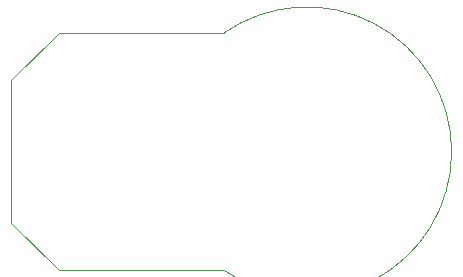
<source format=gbr>
%TF.GenerationSoftware,Altium Limited,Altium Designer,23.10.1 (27)*%
G04 Layer_Color=0*
%FSLAX45Y45*%
%MOMM*%
%TF.SameCoordinates,CB7B006E-185E-4101-8BB4-968F6143B1B3*%
%TF.FilePolarity,Positive*%
%TF.FileFunction,Profile,NP*%
%TF.Part,Single*%
G01*
G75*
%TA.AperFunction,Profile*%
%ADD24C,0.02540*%
D24*
X397279Y697279D02*
X797279Y297279D01*
X800000Y296152D01*
X2196748D01*
X2197111Y295872D01*
D02*
G03*
X4125694Y1300000I702889J1004128D01*
G01*
D02*
G03*
X2199130Y2305538I-1225694J0D01*
G01*
X800000D01*
X794463Y2299905D01*
X397279Y1902721D01*
X396152Y1900000D01*
X397279Y697279D01*
%TF.MD5,0a91748895abdfa20d7e936f0f08f00a*%
M02*

</source>
